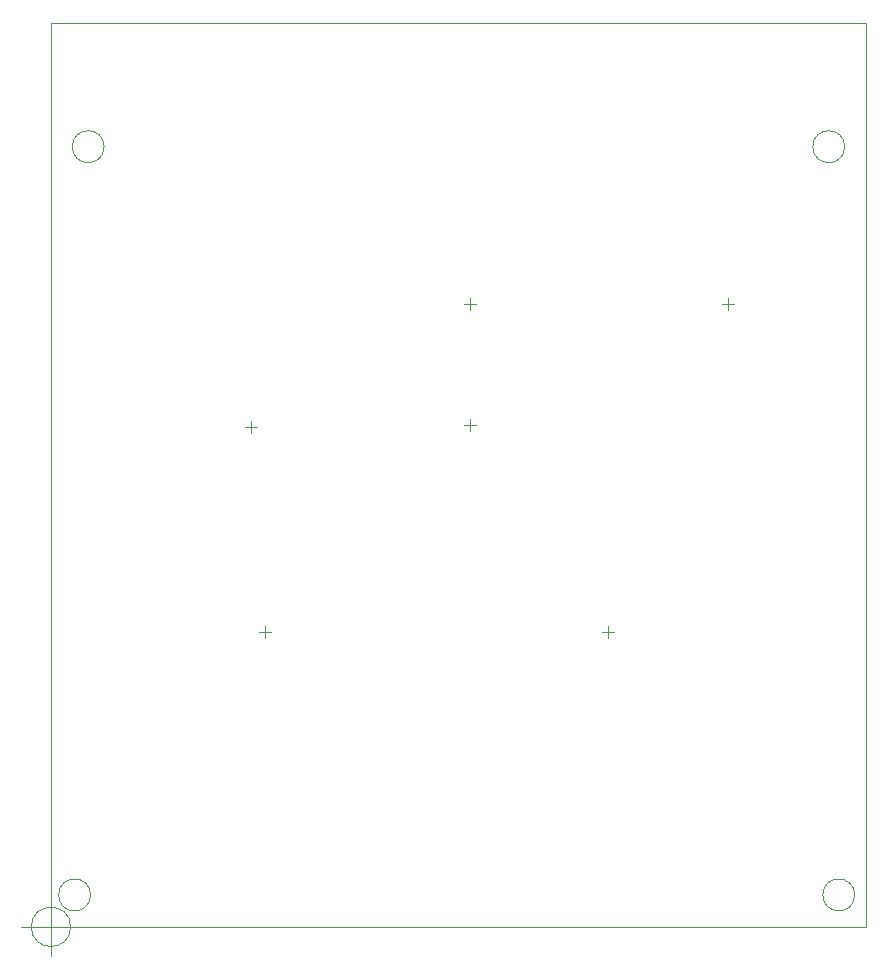
<source format=gbr>
G04 #@! TF.GenerationSoftware,KiCad,Pcbnew,(6.0.4-0)*
G04 #@! TF.CreationDate,2022-11-09T17:11:16+01:00*
G04 #@! TF.ProjectId,adapter_hybrid_assistor_hpc_2HDMI,61646170-7465-4725-9f68-79627269645f,rev?*
G04 #@! TF.SameCoordinates,Original*
G04 #@! TF.FileFunction,OtherDrawing,Comment*
%FSLAX46Y46*%
G04 Gerber Fmt 4.6, Leading zero omitted, Abs format (unit mm)*
G04 Created by KiCad (PCBNEW (6.0.4-0)) date 2022-11-09 17:11:16*
%MOMM*%
%LPD*%
G01*
G04 APERTURE LIST*
G04 #@! TA.AperFunction,Profile*
%ADD10C,0.100000*%
G04 #@! TD*
G04 #@! TA.AperFunction,Profile*
%ADD11C,0.050000*%
G04 #@! TD*
%ADD12C,0.050000*%
G04 APERTURE END LIST*
D10*
X100000000Y-100000000D02*
X100000000Y-176500000D01*
X100000000Y-176500000D02*
X169000000Y-176500000D01*
X169000000Y-100000000D02*
X169000000Y-176500000D01*
X100000000Y-100000000D02*
X169000000Y-100000000D01*
D11*
X168050000Y-173800000D02*
G75*
G03*
X168050000Y-173800000I-1350000J0D01*
G01*
X103350000Y-173800000D02*
G75*
G03*
X103350000Y-173800000I-1350000J0D01*
G01*
X104500000Y-110450000D02*
G75*
G03*
X104500000Y-110450000I-1350000J0D01*
G01*
X167200000Y-110450000D02*
G75*
G03*
X167200000Y-110450000I-1350000J0D01*
G01*
X101666666Y-176500000D02*
G75*
G03*
X101666666Y-176500000I-1666666J0D01*
G01*
X97500000Y-176500000D02*
X102500000Y-176500000D01*
X100000000Y-174000000D02*
X100000000Y-179000000D01*
X101666666Y-176500000D02*
G75*
G03*
X101666666Y-176500000I-1666666J0D01*
G01*
X97500000Y-176500000D02*
X102500000Y-176500000D01*
X100000000Y-174000000D02*
X100000000Y-179000000D01*
X101666666Y-176500000D02*
G75*
G03*
X101666666Y-176500000I-1666666J0D01*
G01*
X97500000Y-176500000D02*
X102500000Y-176500000D01*
X100000000Y-174000000D02*
X100000000Y-179000000D01*
D12*
X116967000Y-134650000D02*
X116967000Y-133650000D01*
X117467000Y-134150000D02*
X116467000Y-134150000D01*
X135509000Y-134523000D02*
X135509000Y-133523000D01*
X136009000Y-134023000D02*
X135009000Y-134023000D01*
X147693000Y-151549000D02*
X146693000Y-151549000D01*
X147193000Y-151049000D02*
X147193000Y-152049000D01*
X118110000Y-151011000D02*
X118110000Y-152011000D01*
X118610000Y-151511000D02*
X117610000Y-151511000D01*
X157353000Y-123236000D02*
X157353000Y-124236000D01*
X157853000Y-123736000D02*
X156853000Y-123736000D01*
X136009000Y-123736000D02*
X135009000Y-123736000D01*
X135509000Y-123236000D02*
X135509000Y-124236000D01*
M02*

</source>
